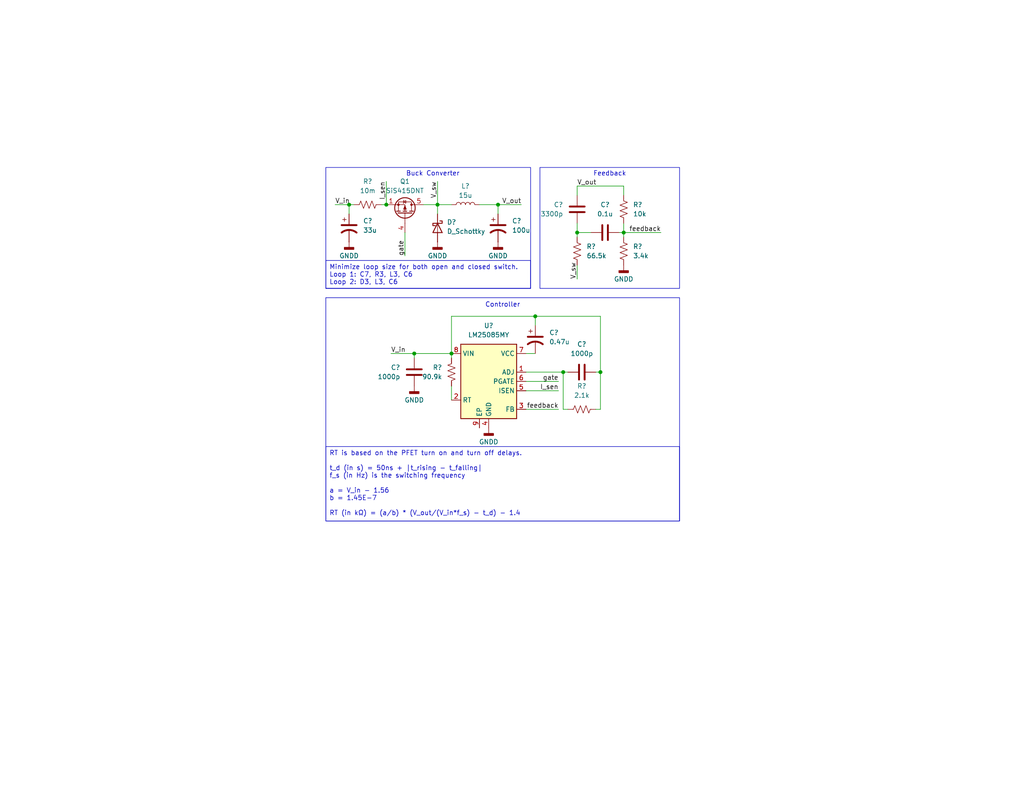
<source format=kicad_sch>
(kicad_sch (version 20250114) (generator "eeschema") (generator_version "9.0")
  (paper "USLetter")
  (lib_symbols
    (symbol "Device:C" (pin_numbers (hide yes)) (pin_names (offset 0.254))
      (property "Reference" "C" (at 0.635 2.54 0))
      (property "Value" "C" (at 0.635 -2.54 0))
      (symbol "C_0_1"
        (polyline (pts (xy -2.032 0.762) (xy 2.032 0.762)) (stroke (width 0.508)))
        (polyline (pts (xy -2.032 -0.762) (xy 2.032 -0.762)) (stroke (width 0.508)))
      )
      (symbol "C_1_1"
        (pin passive line (at 0 3.81 270) (length 2.794) (name "~") (number "1"))
        (pin passive line (at 0 -3.81 90) (length 2.794) (name "~") (number "2"))
      )
    )
    (symbol "Device:C_Polarized_US" (pin_numbers (hide yes)) (pin_names (offset 0.254) (hide yes))
      (property "Reference" "C" (at 0.635 2.54 0))
      (property "Value" "C_Polarized_US" (at 0.635 -2.54 0))
      (symbol "C_Polarized_US_0_1"
        (polyline (pts (xy -2.032 0.762) (xy 2.032 0.762)) (stroke (width 0.508)))
        (polyline (pts (xy -1.778 2.286) (xy -0.762 2.286)))
        (polyline (pts (xy -1.27 1.778) (xy -1.27 2.794)))
        (arc (start -2.032 -1.27) (mid 0 -0.5572) (end 2.032 -1.27) (stroke (width 0.508)))
      )
      (symbol "C_Polarized_US_1_1"
        (pin passive line (at 0 3.81 270) (length 2.794) (name "~") (number "1"))
        (pin passive line (at 0 -3.81 90) (length 3.302) (name "~") (number "2"))
      )
    )
    (symbol "Device:D_Schottky" (pin_numbers (hide yes)) (pin_names (offset 1.016) (hide yes))
      (property "Reference" "D" (at 0 2.54 0))
      (property "Value" "D_Schottky" (at 0 -2.54 0))
      (symbol "D_Schottky_0_1"
        (polyline (pts (xy -1.905 0.635) (xy -1.905 1.27) (xy -1.27 1.27) (xy -1.27 -1.27) (xy -0.635 -1.27) (xy -0.635 -0.635)) (stroke (width 0.254)))
        (polyline (pts (xy 1.27 1.27) (xy 1.27 -1.27) (xy -1.27 0) (xy 1.27 1.27)) (stroke (width 0.254)))
        (polyline (pts (xy 1.27 0) (xy -1.27 0)))
      )
      (symbol "D_Schottky_1_1"
        (pin passive line (at -3.81 0 0) (length 2.54) (name "K") (number "1"))
        (pin passive line (at 3.81 0 180) (length 2.54) (name "A") (number "2"))
      )
    )
    (symbol "Device:L" (pin_numbers (hide yes)) (pin_names (offset 1.016) (hide yes))
      (property "Reference" "L" (at -1.27 0 90))
      (property "Value" "L" (at 1.905 0 90))
      (symbol "L_0_1"
        (arc (start 0 2.54) (mid 0.6323 1.905) (end 0 1.27))
        (arc (start 0 1.27) (mid 0.6323 0.635) (end 0 0))
        (arc (start 0 0) (mid 0.6323 -0.635) (end 0 -1.27))
        (arc (start 0 -1.27) (mid 0.6323 -1.905) (end 0 -2.54))
      )
      (symbol "L_1_1"
        (pin passive line (at 0 3.81 270) (length 1.27) (name "1") (number "1"))
        (pin passive line (at 0 -3.81 90) (length 1.27) (name "2") (number "2"))
      )
    )
    (symbol "Device:R_US" (pin_numbers (hide yes)) (pin_names (offset 0))
      (property "Reference" "R" (at 2.54 0 90))
      (property "Value" "R_US" (at -2.54 0 90))
      (symbol "R_US_0_1"
        (polyline (pts (xy 0 2.286) (xy 0 2.54)))
        (polyline (pts (xy 0 2.286) (xy 1.016 1.905) (xy 0 1.524) (xy -1.016 1.143) (xy 0 0.762)))
        (polyline (pts (xy 0 0.762) (xy 1.016 0.381) (xy 0 0) (xy -1.016 -0.381) (xy 0 -0.762)))
        (polyline (pts (xy 0 -0.762) (xy 1.016 -1.143) (xy 0 -1.524) (xy -1.016 -1.905) (xy 0 -2.286)))
        (polyline (pts (xy 0 -2.286) (xy 0 -2.54)))
      )
      (symbol "R_US_1_1"
        (pin passive line (at 0 3.81 270) (length 1.27) (name "~") (number "1"))
        (pin passive line (at 0 -3.81 90) (length 1.27) (name "~") (number "2"))
      )
    )
    (symbol "Regulator_Switching:LM25085MY"
      (property "Reference" "U" (at -7.62 11.43 0))
      (property "Value" "LM25085MY" (at -1.27 11.43 0))
      (symbol "LM25085MY_0_1"
        (rectangle (start -7.62 10.16) (end 7.62 -10.16) (stroke (width 0.254)) (fill (type background)))
      )
      (symbol "LM25085MY_1_1"
        (pin power_in line (at -10.16 7.62 0) (length 2.54) (name "VIN") (number "8"))
        (pin input line (at -10.16 -5.08 0) (length 2.54) (name "RT") (number "2"))
        (pin passive line (at -2.54 -12.7 90) (length 2.54) (name "EP") (number "9"))
        (pin power_in line (at 0 -12.7 90) (length 2.54) (name "GND") (number "4"))
        (pin power_out line (at 10.16 7.62 180) (length 2.54) (name "VCC") (number "7"))
        (pin input line (at 10.16 2.54 180) (length 2.54) (name "ADJ") (number "1"))
        (pin output line (at 10.16 0 180) (length 2.54) (name "PGATE") (number "6"))
        (pin input line (at 10.16 -2.54 180) (length 2.54) (name "ISEN") (number "5"))
        (pin input line (at 10.16 -7.62 180) (length 2.54) (name "FB") (number "3"))
      )
    )
    (symbol "Transistor_FET:SiS415DNT" (pin_names (hide yes))
      (property "Reference" "Q" (at 5.08 1.905 0))
      (property "Value" "SiS415DNT" (at 5.08 0 0))
      (symbol "SiS415DNT_0_1"
        (polyline (pts (xy 0.254 1.905) (xy 0.254 -1.905)) (stroke (width 0.254)))
        (polyline (pts (xy 0.254 0) (xy -2.54 0)))
        (polyline (pts (xy 0.762 2.286) (xy 0.762 1.27)) (stroke (width 0.254)))
        (polyline (pts (xy 0.762 1.778) (xy 3.302 1.778) (xy 3.302 -1.778) (xy 0.762 -1.778)))
        (polyline (pts (xy 0.762 0.508) (xy 0.762 -0.508)) (stroke (width 0.254)))
        (polyline (pts (xy 0.762 -1.27) (xy 0.762 -2.286)) (stroke (width 0.254)))
        (circle (center 1.651 0) (radius 2.794) (stroke (width 0.254)))
        (polyline (pts (xy 2.286 0) (xy 1.27 0.381) (xy 1.27 -0.381) (xy 2.286 0)) (fill (type outline)))
        (polyline (pts (xy 2.54 2.54) (xy 2.54 1.778)))
        (circle (center 2.54 1.778) (radius 0.254) (fill (type outline)))
        (circle (center 2.54 -1.778) (radius 0.254) (fill (type outline)))
        (polyline (pts (xy 2.54 -2.54) (xy 2.54 0) (xy 0.762 0)))
        (polyline (pts (xy 2.794 -0.508) (xy 2.921 -0.381) (xy 3.683 -0.381) (xy 3.81 -0.254)))
        (polyline (pts (xy 3.302 -0.381) (xy 2.921 0.254) (xy 3.683 0.254) (xy 3.302 -0.381)))
      )
      (symbol "SiS415DNT_1_1"
        (pin passive line (at -5.08 0 0) (length 2.54) (name "G") (number "4"))
        (pin passive line (at 2.54 5.08 270) (length 2.54) (name "D") (number "5"))
        (pin passive line (at 2.54 -5.08 90) (length 2.54) (name "S") (number "1"))
        (pin passive line (at 2.54 -5.08 90) (length 2.54) (hide yes) (name "S") (number "2"))
        (pin passive line (at 2.54 -5.08 90) (length 2.54) (hide yes) (name "S") (number "3"))
      )
    )
    (symbol "power:GNDD" (power) (pin_numbers (hide yes)) (pin_names (offset 0) (hide yes))
      (property "Value" "GNDD" (at 0 -3.175 0))
      (symbol "GNDD_0_1"
        (rectangle (start -1.27 -1.524) (end 1.27 -2.032) (stroke (width 0.254)) (fill (type outline)))
        (polyline (pts (xy 0 0) (xy 0 -1.524)))
      )
      (symbol "GNDD_1_1"
        (pin power_in line (at 0 0 270) (length 0) (name "~") (number "1"))
      )
    )
  )
  (rectangle (start 147.32 45.72) (end 185.42 78.74))
  (rectangle (start 88.9 45.72) (end 144.78 78.74))
  (rectangle (start 88.9 81.28) (end 185.42 142.24))
  (text "Buck Converter" (at 118.11 47.498 0) (effects (font (size 1.27 1.27))))
  (text "Controller" (at 137.16 83.312 0) (effects (font (size 1.27 1.27))))
  (text "Feedback" (at 166.37 47.498 0) (effects (font (size 1.27 1.27))))
  (text_box "Minimize loop size for both open and closed switch.\nLoop 1: C7, R3, L3, C6\nLoop 2: D3, L3, C6" (at 88.9 71.12 0) (size 55.88 7.62) (margins 0.9525 0.9525 0.9525 0.9525) (effects (font (size 1.27 1.27)) (justify left top)))
  (text_box "RT is based on the PFET turn on and turn off delays.\n\nt_d (in s) = 50ns + |t_rising - t_falling|\nf_s (in Hz) is the switching frequency\n\na = V_in - 1.56\nb = 1.45E-7\n\nRT (in kΩ) = (a/b) * (V_out/(V_in*f_s) - t_d) - 1.4" (at 88.9 121.92 0) (size 96.52 20.32) (margins 0.9525 0.9525 0.9525 0.9525) (effects (font (size 1.27 1.27)) (justify left top)))
  (junction (at 123.19 96.52))
  (junction (at 113.03 96.52))
  (junction (at 146.05 86.36))
  (junction (at 95.25 55.88))
  (junction (at 170.18 63.5))
  (junction (at 119.38 55.88))
  (junction (at 105.41 55.88))
  (junction (at 163.83 101.6))
  (junction (at 153.67 101.6))
  (junction (at 135.89 55.88))
  (junction (at 157.48 63.5))
  (wire (pts (xy 119.38 49.53) (xy 119.38 55.88)))
  (wire (pts (xy 115.57 55.88) (xy 119.38 55.88)))
  (wire (pts (xy 153.67 101.6) (xy 153.67 111.76)))
  (wire (pts (xy 135.89 55.88) (xy 135.89 58.42)))
  (wire (pts (xy 157.48 63.5) (xy 161.29 63.5)))
  (wire (pts (xy 157.48 76.2) (xy 157.48 72.39)))
  (wire (pts (xy 130.81 55.88) (xy 135.89 55.88)))
  (wire (pts (xy 143.51 96.52) (xy 146.05 96.52)))
  (wire (pts (xy 157.48 50.8) (xy 170.18 50.8)))
  (wire (pts (xy 95.25 55.88) (xy 95.25 58.42)))
  (wire (pts (xy 170.18 60.96) (xy 170.18 63.5)))
  (wire (pts (xy 162.56 111.76) (xy 163.83 111.76)))
  (wire (pts (xy 95.25 55.88) (xy 96.52 55.88)))
  (wire (pts (xy 123.19 105.41) (xy 123.19 109.22)))
  (wire (pts (xy 105.41 49.53) (xy 105.41 55.88)))
  (wire (pts (xy 157.48 60.96) (xy 157.48 63.5)))
  (wire (pts (xy 146.05 86.36) (xy 146.05 88.9)))
  (wire (pts (xy 170.18 63.5) (xy 170.18 64.77)))
  (wire (pts (xy 106.68 96.52) (xy 113.03 96.52)))
  (wire (pts (xy 157.48 64.77) (xy 157.48 63.5)))
  (wire (pts (xy 123.19 86.36) (xy 146.05 86.36)))
  (wire (pts (xy 163.83 101.6) (xy 162.56 101.6)))
  (wire (pts (xy 163.83 101.6) (xy 163.83 111.76)))
  (wire (pts (xy 123.19 96.52) (xy 123.19 97.79)))
  (wire (pts (xy 143.51 104.14) (xy 152.4 104.14)))
  (wire (pts (xy 154.94 101.6) (xy 153.67 101.6)))
  (wire (pts (xy 152.4 106.68) (xy 143.51 106.68)))
  (wire (pts (xy 113.03 96.52) (xy 123.19 96.52)))
  (wire (pts (xy 157.48 50.8) (xy 157.48 53.34)))
  (wire (pts (xy 163.83 86.36) (xy 163.83 101.6)))
  (wire (pts (xy 170.18 50.8) (xy 170.18 53.34)))
  (wire (pts (xy 153.67 111.76) (xy 154.94 111.76)))
  (wire (pts (xy 119.38 55.88) (xy 123.19 55.88)))
  (wire (pts (xy 180.34 63.5) (xy 170.18 63.5)))
  (wire (pts (xy 168.91 63.5) (xy 170.18 63.5)))
  (wire (pts (xy 123.19 96.52) (xy 123.19 86.36)))
  (wire (pts (xy 135.89 55.88) (xy 142.24 55.88)))
  (wire (pts (xy 105.41 55.88) (xy 104.14 55.88)))
  (wire (pts (xy 119.38 55.88) (xy 119.38 58.42)))
  (wire (pts (xy 91.44 55.88) (xy 95.25 55.88)))
  (wire (pts (xy 110.49 69.85) (xy 110.49 63.5)))
  (wire (pts (xy 152.4 111.76) (xy 143.51 111.76)))
  (wire (pts (xy 143.51 101.6) (xy 153.67 101.6)))
  (wire (pts (xy 146.05 86.36) (xy 163.83 86.36)))
  (wire (pts (xy 113.03 97.79) (xy 113.03 96.52)))
  (label "V_sw" (at 157.48 76.2 90))
  (label "I_sen" (at 152.4 106.68 180))
  (label "V_out" (at 157.48 50.8 0))
  (label "V_in" (at 91.44 55.88 0))
  (label "I_sen" (at 105.41 49.53 270))
  (label "feedback" (at 180.34 63.5 180))
  (label "V_in" (at 106.68 96.52 0))
  (label "feedback" (at 152.4 111.76 180))
  (label "V_out" (at 142.24 55.88 180))
  (label "gate" (at 152.4 104.14 180))
  (label "gate" (at 110.49 69.85 90))
  (label "V_sw" (at 119.38 49.53 270))
  (symbol (lib_id "Device:C") (at 113.03 101.6 0) (mirror y) (unit 1)
    (property "Reference" "C?" (at 109.22 100.3299 0) (effects (justify left)))
    (property "Value" "1000p" (at 109.22 102.8699 0) (effects (justify left)))
    (property "Description" "Unpolarized capacitor" (effects (hide yes)))
  )
  (symbol (lib_id "Device:C_Polarized_US") (at 95.25 62.23 0) (unit 1)
    (property "Reference" "C?" (at 99.06 60.3249 0) (effects (justify left)))
    (property "Value" "33u" (at 99.06 62.8649 0) (effects (justify left)))
    (property "Description" "Polarized capacitor, US symbol" (effects (hide yes)))
  )
  (symbol (lib_id "Transistor_FET:SiS415DNT") (at 110.49 58.42 270) (mirror x) (unit 1)
    (property "Reference" "Q1" (at 110.49 49.53 90))
    (property "Value" "SiS415DNT" (at 110.49 52.07 90))
    (property "Footprint" "Package_SO:Vishay_PowerPAK_1212-8_Single" (effects (hide yes)))
    (property "Datasheet" "https://www.vishay.com/docs/63684/sis415dnt.pdf" (effects (hide yes)))
    (property "Description" "-35A Id, -20V Vds, P-Channel MOSFET, PowerPAK 1212-8 Single" (effects (hide yes)))
  )
  (symbol (lib_id "Device:R_US") (at 158.75 111.76 90) (unit 1)
    (property "Reference" "R?" (at 158.75 105.41 90))
    (property "Value" "2.1k" (at 158.75 107.95 90))
    (property "Description" "Resistor, US symbol" (effects (hide yes)))
  )
  (symbol (lib_id "Device:C") (at 157.48 57.15 0) (mirror y) (unit 1)
    (property "Reference" "C?" (at 153.67 55.8799 0) (effects (justify left)))
    (property "Value" "3300p" (at 153.67 58.4199 0) (effects (justify left)))
    (property "Description" "Unpolarized capacitor" (effects (hide yes)))
  )
  (symbol (lib_id "Device:C") (at 158.75 101.6 90) (unit 1)
    (property "Reference" "C?" (at 158.75 93.98 90))
    (property "Value" "1000p" (at 158.75 96.52 90))
    (property "Description" "Unpolarized capacitor" (effects (hide yes)))
  )
  (symbol (lib_id "Device:C_Polarized_US") (at 146.05 92.71 0) (unit 1)
    (property "Reference" "C?" (at 149.86 90.8049 0) (effects (justify left)))
    (property "Value" "0.47u" (at 149.86 93.3449 0) (effects (justify left)))
    (property "Description" "Polarized capacitor, US symbol" (effects (hide yes)))
  )
  (symbol (lib_id "Device:C") (at 165.1 63.5 270) (unit 1)
    (property "Reference" "C?" (at 165.1 55.88 90))
    (property "Value" "0.1u" (at 165.1 58.42 90))
    (property "Description" "Unpolarized capacitor" (effects (hide yes)))
  )
  (symbol (lib_id "Device:C_Polarized_US") (at 135.89 62.23 0) (unit 1)
    (property "Reference" "C?" (at 139.7 60.3249 0) (effects (justify left)))
    (property "Value" "100u" (at 139.7 62.8649 0) (effects (justify left)))
    (property "Description" "Polarized capacitor, US symbol" (effects (hide yes)))
  )
  (symbol (lib_id "power:GNDD") (at 119.38 66.04 0) (unit 1)
    (property "Reference" "#PWR?" (effects (hide yes)))
    (property "Value" "GNDD" (at 119.38 69.85 0))
    (property "Description" "Power symbol creates a global label with name \"GNDD\" , digital ground" (effects (hide yes)))
  )
  (symbol (lib_id "power:GNDD") (at 135.89 66.04 0) (unit 1)
    (property "Reference" "#PWR?" (effects (hide yes)))
    (property "Value" "GNDD" (at 135.89 69.85 0))
    (property "Description" "Power symbol creates a global label with name \"GNDD\" , digital ground" (effects (hide yes)))
  )
  (symbol (lib_id "Device:D_Schottky") (at 119.38 62.23 270) (unit 1)
    (property "Reference" "D?" (at 121.92 60.6424 90) (effects (justify left)))
    (property "Value" "D_Schottky" (at 121.92 63.1824 90) (effects (justify left)))
    (property "Description" "Schottky diode" (effects (hide yes)))
  )
  (symbol (lib_id "Device:R_US") (at 100.33 55.88 90) (unit 1)
    (property "Reference" "R?" (at 100.33 49.53 90))
    (property "Value" "10m" (at 100.33 52.07 90))
    (property "Description" "Resistor, US symbol" (effects (hide yes)))
  )
  (symbol (lib_id "power:GNDD") (at 113.03 105.41 0) (unit 1)
    (property "Reference" "#PWR?" (effects (hide yes)))
    (property "Value" "GNDD" (at 113.03 109.22 0))
    (property "Description" "Power symbol creates a global label with name \"GNDD\" , digital ground" (effects (hide yes)))
  )
  (symbol (lib_id "Device:L") (at 127 55.88 90) (unit 1)
    (property "Reference" "L?" (at 127 50.8 90))
    (property "Value" "15u" (at 127 53.34 90))
    (property "Description" "Inductor" (effects (hide yes)))
  )
  (symbol (lib_id "Regulator_Switching:LM25085MY") (at 133.35 104.14 0) (unit 1)
    (property "Reference" "U?" (at 133.35 88.9 0))
    (property "Value" "LM25085MY" (at 133.35 91.44 0))
    (property "Footprint" "Package_SO:MSOP-8-1EP_3x3mm_P0.65mm_EP1.73x1.85mm_ThermalVias" (effects (hide yes)))
    (property "Datasheet" "http://www.ti.com/lit/ds/symlink/lm25085.pdf" (effects (hide yes)))
    (property "Description" "42V Constant On-Time PFET Buck Switching Controller, MSOP-8-EP" (effects (hide yes)))
  )
  (symbol (lib_id "power:GNDD") (at 133.35 116.84 0) (unit 1)
    (property "Reference" "#PWR?" (effects (hide yes)))
    (property "Value" "GNDD" (at 133.35 120.65 0))
    (property "Description" "Power symbol creates a global label with name \"GNDD\" , digital ground" (effects (hide yes)))
  )
  (symbol (lib_id "Device:R_US") (at 157.48 68.58 180) (unit 1)
    (property "Reference" "R?" (at 160.02 67.3099 0) (effects (justify right)))
    (property "Value" "66.5k" (at 160.02 69.8499 0) (effects (justify right)))
    (property "Description" "Resistor, US symbol" (effects (hide yes)))
  )
  (symbol (lib_id "power:GNDD") (at 170.18 72.39 0) (unit 1)
    (property "Reference" "#PWR?" (effects (hide yes)))
    (property "Value" "GNDD" (at 170.18 76.2 0))
    (property "Description" "Power symbol creates a global label with name \"GNDD\" , digital ground" (effects (hide yes)))
  )
  (symbol (lib_id "Device:R_US") (at 170.18 68.58 180) (unit 1)
    (property "Reference" "R?" (at 172.72 67.3099 0) (effects (justify right)))
    (property "Value" "3.4k" (at 172.72 69.8499 0) (effects (justify right)))
    (property "Description" "Resistor, US symbol" (effects (hide yes)))
  )
  (symbol (lib_id "Device:R_US") (at 170.18 57.15 180) (unit 1)
    (property "Reference" "R?" (at 172.72 55.8799 0) (effects (justify right)))
    (property "Value" "10k" (at 172.72 58.4199 0) (effects (justify right)))
    (property "Description" "Resistor, US symbol" (effects (hide yes)))
  )
  (symbol (lib_id "Device:R_US") (at 123.19 101.6 0) (mirror y) (unit 1)
    (property "Reference" "R?" (at 120.65 100.3299 0) (effects (justify left)))
    (property "Value" "90.9k" (at 120.65 102.8699 0) (effects (justify left)))
    (property "Description" "Resistor, US symbol" (effects (hide yes)))
  )
  (symbol (lib_id "power:GNDD") (at 95.25 66.04 0) (unit 1)
    (property "Reference" "#PWR?" (effects (hide yes)))
    (property "Value" "GNDD" (at 95.25 69.85 0))
    (property "Description" "Power symbol creates a global label with name \"GNDD\" , digital ground" (effects (hide yes)))
  )
)
</source>
